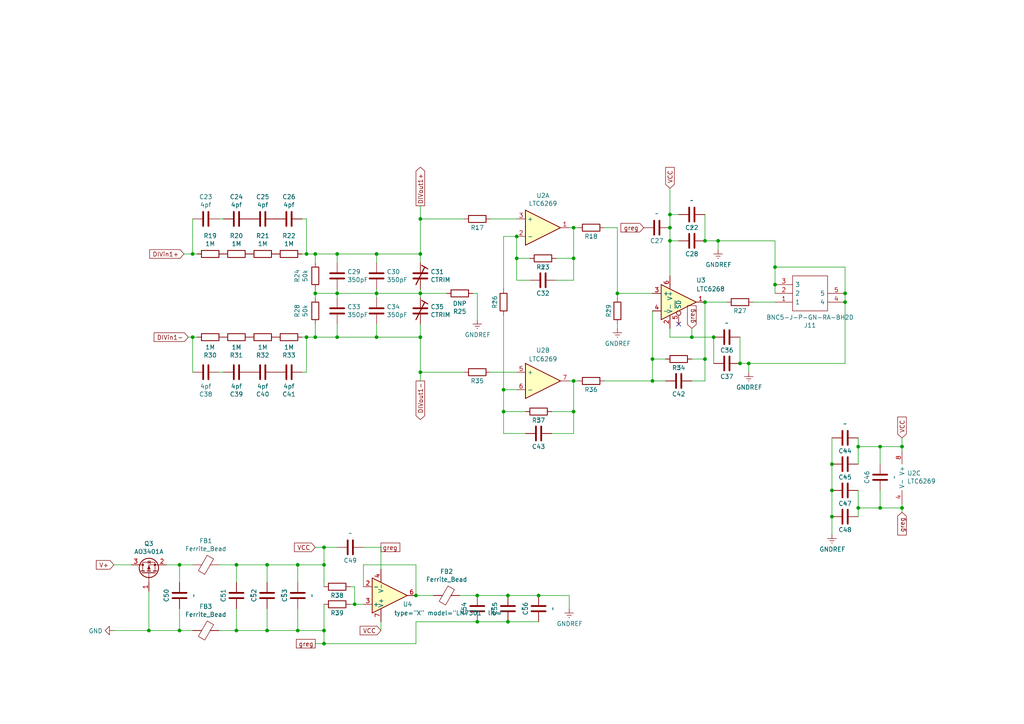
<source format=kicad_sch>
(kicad_sch (version 20211123) (generator eeschema)
  (paper "A4")
  (lib_symbols
    (symbol "Device:C" (pin_numbers hide) (pin_names (offset 0.254))
      (property "Reference" "C" (at 0.635 2.54 0))
      (property "Value" "C" (at 0.635 -2.54 0))
      (symbol "C_0_1"
        (polyline (pts (xy -2.032 -0.762) (xy 2.032 -0.762)) (stroke (width 0.508)))
        (polyline (pts (xy -2.032 0.762) (xy 2.032 0.762)) (stroke (width 0.508)))
      )
      (symbol "C_1_1"
        (pin passive line (at 0 3.81 270) (length 2.794) (name "~") (number "1"))
        (pin passive line (at 0 -3.81 90) (length 2.794) (name "~") (number "2"))
      )
    )
    (symbol "Device:R" (pin_numbers hide) (pin_names (offset 0))
      (property "Reference" "R" (at 2.032 0 90))
      (property "Value" "R" (at 0 0 90))
      (symbol "R_0_1"
        (rectangle (start -1.016 -2.54) (end 1.016 2.54) (stroke (width 0.254)))
      )
      (symbol "R_1_1"
        (pin passive line (at 0 3.81 270) (length 1.27) (name "~") (number "1"))
        (pin passive line (at 0 -3.81 90) (length 1.27) (name "~") (number "2"))
      )
    )
    (symbol "Transistor_FET:AO3401A" (pin_names hide)
      (property "Reference" "Q" (at 5.08 1.905 0))
      (property "Value" "AO3401A" (at 5.08 0 0))
      (symbol "AO3401A_0_1"
        (polyline (pts (xy 0.254 0) (xy -2.54 0)))
        (polyline (pts (xy 0.254 1.905) (xy 0.254 -1.905)) (stroke (width 0.254)))
        (polyline (pts (xy 0.762 -1.27) (xy 0.762 -2.286)) (stroke (width 0.254)))
        (polyline (pts (xy 0.762 0.508) (xy 0.762 -0.508)) (stroke (width 0.254)))
        (polyline (pts (xy 0.762 2.286) (xy 0.762 1.27)) (stroke (width 0.254)))
        (polyline (pts (xy 2.54 2.54) (xy 2.54 1.778)))
        (polyline (pts (xy 2.54 -2.54) (xy 2.54 0) (xy 0.762 0)))
        (polyline (pts (xy 0.762 1.778) (xy 3.302 1.778) (xy 3.302 -1.778) (xy 0.762 -1.778)))
        (polyline (pts (xy 2.286 0) (xy 1.27 0.381) (xy 1.27 -0.381) (xy 2.286 0)) (fill (type outline)))
        (polyline (pts (xy 2.794 -0.508) (xy 2.921 -0.381) (xy 3.683 -0.381) (xy 3.81 -0.254)))
        (polyline (pts (xy 3.302 -0.381) (xy 2.921 0.254) (xy 3.683 0.254) (xy 3.302 -0.381)))
        (circle (center 1.651 0) (radius 2.794) (stroke (width 0.254)))
        (circle (center 2.54 -1.778) (radius 0.254) (fill (type outline)))
        (circle (center 2.54 1.778) (radius 0.254) (fill (type outline)))
      )
      (symbol "AO3401A_1_1"
        (pin input line (at -5.08 0 0) (length 2.54) (name "G") (number "1"))
        (pin passive line (at 2.54 -5.08 90) (length 2.54) (name "S") (number "2"))
        (pin passive line (at 2.54 5.08 270) (length 2.54) (name "D") (number "3"))
      )
    )
    (symbol "dad_bob-rescue:BNC5-J-P-GN-RA-BH2D-BNC5-J-P-GN-RA-BH2D" (pin_names (offset 0.762))
      (property "Reference" "J" (at 16.51 7.62 0))
      (property "Value" "BNC5-J-P-GN-RA-BH2D-BNC5-J-P-GN-RA-BH2D" (at 16.51 5.08 0))
      (symbol "BNC5-J-P-GN-RA-BH2D-BNC5-J-P-GN-RA-BH2D_0_0"
        (pin passive line (at 0 0 0) (length 5.08) (name "1") (number "1"))
        (pin passive line (at 0 -2.54 0) (length 5.08) (name "2") (number "2"))
        (pin passive line (at 0 -5.08 0) (length 5.08) (name "3") (number "3"))
        (pin passive line (at 20.32 0 180) (length 5.08) (name "4") (number "4"))
        (pin passive line (at 20.32 -2.54 180) (length 5.08) (name "5") (number "5"))
      )
      (symbol "BNC5-J-P-GN-RA-BH2D-BNC5-J-P-GN-RA-BH2D_0_1"
        (polyline (pts (xy 5.08 2.54) (xy 15.24 2.54) (xy 15.24 -7.62) (xy 5.08 -7.62) (xy 5.08 2.54)) (stroke (width 0.1524)))
      )
    )
    (symbol "dad_bob-rescue:CTRIM-Device" (pin_numbers hide) (pin_names (offset 0.254) hide)
      (property "Reference" "C" (at 1.524 -2.032 0))
      (property "Value" "CTRIM-Device" (at 3.048 -3.556 0))
      (symbol "CTRIM-Device_0_1"
        (polyline (pts (xy -2.032 -0.762) (xy 2.032 -0.762)) (stroke (width 0.508)))
        (polyline (pts (xy -2.032 0.762) (xy 2.032 0.762)) (stroke (width 0.508)))
        (polyline (pts (xy 1.27 2.54) (xy -1.27 -2.54)) (stroke (width 0.3048)))
        (polyline (pts (xy 1.27 2.54) (xy 0.381 3.048)) (stroke (width 0.3048)))
        (polyline (pts (xy 1.27 2.54) (xy 2.159 2.032)) (stroke (width 0.3048)))
      )
      (symbol "CTRIM-Device_1_1"
        (pin passive line (at 0 3.81 270) (length 3.048) (name "~") (number "1"))
        (pin passive line (at 0 -3.81 90) (length 3.048) (name "~") (number "2"))
      )
    )
    (symbol "dad_bob-rescue:Ferrite_Bead-Device" (pin_numbers hide) (pin_names (offset 0))
      (property "Reference" "FB" (at -3.81 0.635 90))
      (property "Value" "Ferrite_Bead-Device" (at 3.81 0 90))
      (symbol "Ferrite_Bead-Device_0_1"
        (polyline (pts (xy 0 -1.27) (xy 0 -1.2192)))
        (polyline (pts (xy 0 1.27) (xy 0 1.2954)))
        (polyline (pts (xy -2.7686 0.4064) (xy -1.7018 2.2606) (xy 2.7686 -0.3048) (xy 1.6764 -2.159) (xy -2.7686 0.4064)))
      )
      (symbol "Ferrite_Bead-Device_1_1"
        (pin passive line (at 0 3.81 270) (length 2.54) (name "~") (number "1"))
        (pin passive line (at 0 -3.81 90) (length 2.54) (name "~") (number "2"))
      )
    )
    (symbol "dad_bob-rescue:LM7301-00_kyuditsky_kicad" (pin_names (offset 0.254))
      (property "Reference" "U" (at 3.81 3.175 0))
      (property "Value" "LM7301-00_kyuditsky_kicad" (at 3.81 -3.175 0))
      (symbol "LM7301-00_kyuditsky_kicad_0_1"
        (polyline (pts (xy 5.08 0) (xy -5.08 5.08) (xy -5.08 -5.08) (xy 5.08 0)) (stroke (width 0.254)) (fill (type background)))
      )
      (symbol "LM7301-00_kyuditsky_kicad_1_1"
        (pin input line (at -7.62 -2.54 0) (length 2.54) (name "-") (number "2"))
        (pin input line (at -7.62 2.54 0) (length 2.54) (name "+") (number "3"))
        (pin power_in line (at -2.54 -7.62 90) (length 3.81) (name "V-") (number "4"))
        (pin output line (at 7.62 0 180) (length 2.54) (name "~") (number "6"))
        (pin power_in line (at -2.54 7.62 270) (length 3.81) (name "V+") (number "7"))
      )
    )
    (symbol "dad_bob-rescue:LTC6268_TSOT-23-Linear_Technology"
      (property "Reference" "U" (at 3.81 5.08 0))
      (property "Value" "LTC6268_TSOT-23-Linear_Technology" (at 3.81 -5.08 0))
      (symbol "LTC6268_TSOT-23-Linear_Technology_0_1"
        (polyline (pts (xy -5.08 5.08) (xy 5.08 0) (xy -5.08 -5.08) (xy -5.08 5.08)) (stroke (width 0.254)) (fill (type background)))
        (pin power_in line (at -2.54 -7.62 90) (length 3.81) (name "V-") (number "2"))
        (pin input inverted (at 0 -6.35 90) (length 3.81) (name "~{SD}") (number "5"))
        (pin power_in line (at -2.54 7.62 270) (length 3.81) (name "V+") (number "6"))
      )
      (symbol "LTC6268_TSOT-23-Linear_Technology_1_1"
        (pin output line (at 7.62 0 180) (length 2.54) (name "~") (number "1"))
        (pin input line (at -7.62 2.54 0) (length 2.54) (name "+") (number "3"))
        (pin input line (at -7.62 -2.54 0) (length 2.54) (name "-") (number "4"))
      )
    )
    (symbol "dad_bob-rescue:Opamp_Dual_Generic-Device"
      (property "Reference" "U" (at 0 5.08 0))
      (property "Value" "Opamp_Dual_Generic-Device" (at 0 -5.08 0))
      (symbol "Opamp_Dual_Generic-Device_1_1"
        (polyline (pts (xy -5.08 5.08) (xy 5.08 0) (xy -5.08 -5.08) (xy -5.08 5.08)) (stroke (width 0.254)) (fill (type background)))
        (pin output line (at 7.62 0 180) (length 2.54) (name "~") (number "1"))
        (pin input line (at -7.62 -2.54 0) (length 2.54) (name "-") (number "2"))
        (pin input line (at -7.62 2.54 0) (length 2.54) (name "+") (number "3"))
      )
      (symbol "Opamp_Dual_Generic-Device_2_1"
        (polyline (pts (xy -5.08 5.08) (xy 5.08 0) (xy -5.08 -5.08) (xy -5.08 5.08)) (stroke (width 0.254)) (fill (type background)))
        (pin input line (at -7.62 2.54 0) (length 2.54) (name "+") (number "5"))
        (pin input line (at -7.62 -2.54 0) (length 2.54) (name "-") (number "6"))
        (pin output line (at 7.62 0 180) (length 2.54) (name "~") (number "7"))
      )
      (symbol "Opamp_Dual_Generic-Device_3_1"
        (pin power_in line (at -2.54 -7.62 90) (length 3.81) (name "V-") (number "4"))
        (pin power_in line (at -2.54 7.62 270) (length 3.81) (name "V+") (number "8"))
      )
    )
    (symbol "power:GND" (power) (pin_names (offset 0))
      (property "Value" "GND" (at 0 -3.81 0))
      (symbol "GND_0_1"
        (polyline (pts (xy 0 0) (xy 0 -1.27) (xy 1.27 -1.27) (xy 0 -2.54) (xy -1.27 -1.27) (xy 0 -1.27)))
      )
      (symbol "GND_1_1"
        (pin power_in line (at 0 0 270) (length 0) hide (name "GND") (number "1"))
      )
    )
    (symbol "power:GNDREF" (power) (pin_names (offset 0))
      (property "Value" "GNDREF" (at 0 -3.81 0))
      (symbol "GNDREF_0_1"
        (polyline (pts (xy -0.635 -1.905) (xy 0.635 -1.905)))
        (polyline (pts (xy -0.127 -2.54) (xy 0.127 -2.54)))
        (polyline (pts (xy 0 -1.27) (xy 0 0)))
        (polyline (pts (xy 1.27 -1.27) (xy -1.27 -1.27)))
      )
      (symbol "GNDREF_1_1"
        (pin power_in line (at 0 0 270) (length 0) hide (name "GNDREF") (number "1"))
      )
    )
  )
  (junction (at 102.87 175.26))
  (junction (at 86.36 163.83))
  (junction (at 121.92 73.66))
  (junction (at 93.98 182.88))
  (junction (at 91.44 97.79))
  (junction (at 88.9 73.66))
  (junction (at 194.31 66.04))
  (junction (at 91.44 85.09))
  (junction (at 217.17 105.41))
  (junction (at 248.92 147.32))
  (junction (at 77.47 182.88))
  (junction (at 224.79 77.47))
  (junction (at 52.07 182.88))
  (junction (at 245.11 87.63))
  (junction (at 77.47 163.83))
  (junction (at 156.21 172.72))
  (junction (at 204.47 69.85))
  (junction (at 261.62 129.54))
  (junction (at 147.32 172.72))
  (junction (at 93.98 163.83))
  (junction (at 179.07 85.09))
  (junction (at 214.63 105.41))
  (junction (at 241.3 134.62))
  (junction (at 200.66 97.79))
  (junction (at 121.92 63.5))
  (junction (at 55.88 97.79))
  (junction (at 241.3 142.24))
  (junction (at 109.22 85.09))
  (junction (at 147.32 180.34))
  (junction (at 93.98 158.75))
  (junction (at 204.47 87.63))
  (junction (at 88.9 97.79))
  (junction (at 241.3 149.86))
  (junction (at 120.65 172.72))
  (junction (at 138.43 172.72))
  (junction (at 255.27 129.54))
  (junction (at 146.05 119.38))
  (junction (at 109.22 97.79))
  (junction (at 166.37 74.93))
  (junction (at 224.79 82.55))
  (junction (at 97.79 73.66))
  (junction (at 121.92 97.79))
  (junction (at 149.86 74.93))
  (junction (at 91.44 73.66))
  (junction (at 86.36 182.88))
  (junction (at 149.86 68.58))
  (junction (at 194.31 69.85))
  (junction (at 204.47 104.14))
  (junction (at 68.58 163.83))
  (junction (at 43.18 182.88))
  (junction (at 194.31 62.23))
  (junction (at 207.01 97.79))
  (junction (at 255.27 147.32))
  (junction (at 166.37 119.38))
  (junction (at 166.37 110.49))
  (junction (at 97.79 85.09))
  (junction (at 121.92 107.95))
  (junction (at 121.92 85.09))
  (junction (at 245.11 85.09))
  (junction (at 97.79 97.79))
  (junction (at 109.22 73.66))
  (junction (at 146.05 113.03))
  (junction (at 208.28 69.85))
  (junction (at 166.37 66.04))
  (junction (at 189.23 104.14))
  (junction (at 55.88 73.66))
  (junction (at 138.43 180.34))
  (junction (at 248.92 129.54))
  (junction (at 52.07 163.83))
  (junction (at 189.23 110.49))
  (junction (at 93.98 186.69))
  (junction (at 68.58 182.88))
  (junction (at 261.62 147.32))
  (no_connect (at 196.85 93.98))
  (wire (pts (xy 208.28 69.85) (xy 224.79 69.85)))
  (wire (pts (xy 86.36 168.91) (xy 86.36 163.83)))
  (wire (pts (xy 245.11 77.47) (xy 245.11 85.09)))
  (wire (pts (xy 196.85 62.23) (xy 194.31 62.23)))
  (wire (pts (xy 166.37 110.49) (xy 166.37 119.38)))
  (wire (pts (xy 261.62 147.32) (xy 261.62 146.05)))
  (wire (pts (xy 91.44 97.79) (xy 97.79 97.79)))
  (wire (pts (xy 146.05 125.73) (xy 152.4 125.73)))
  (wire (pts (xy 255.27 129.54) (xy 248.92 129.54)))
  (wire (pts (xy 224.79 85.09) (xy 224.79 82.55)))
  (wire (pts (xy 200.66 97.79) (xy 207.01 97.79)))
  (wire (pts (xy 204.47 87.63) (xy 210.82 87.63)))
  (wire (pts (xy 156.21 172.72) (xy 165.1 172.72)))
  (wire (pts (xy 241.3 134.62) (xy 241.3 127)))
  (wire (pts (xy 149.86 68.58) (xy 149.86 74.93)))
  (wire (pts (xy 109.22 85.09) (xy 109.22 86.36)))
  (wire (pts (xy 194.31 62.23) (xy 194.31 66.04)))
  (wire (pts (xy 52.07 182.88) (xy 55.88 182.88)))
  (wire (pts (xy 146.05 68.58) (xy 149.86 68.58)))
  (wire (pts (xy 121.92 63.5) (xy 134.62 63.5)))
  (wire (pts (xy 214.63 97.79) (xy 214.63 105.41)))
  (wire (pts (xy 109.22 85.09) (xy 121.92 85.09)))
  (wire (pts (xy 97.79 97.79) (xy 109.22 97.79)))
  (wire (pts (xy 200.66 104.14) (xy 204.47 104.14)))
  (wire (pts (xy 149.86 74.93) (xy 153.67 74.93)))
  (wire (pts (xy 142.24 107.95) (xy 149.86 107.95)))
  (wire (pts (xy 77.47 176.53) (xy 77.47 182.88)))
  (wire (pts (xy 194.31 66.04) (xy 194.31 69.85)))
  (wire (pts (xy 179.07 66.04) (xy 179.07 85.09)))
  (wire (pts (xy 241.3 149.86) (xy 241.3 142.24)))
  (wire (pts (xy 133.35 172.72) (xy 138.43 172.72)))
  (wire (pts (xy 204.47 69.85) (xy 208.28 69.85)))
  (wire (pts (xy 102.87 170.18) (xy 102.87 175.26)))
  (wire (pts (xy 166.37 74.93) (xy 166.37 81.28)))
  (wire (pts (xy 121.92 97.79) (xy 109.22 97.79)))
  (wire (pts (xy 138.43 172.72) (xy 147.32 172.72)))
  (wire (pts (xy 189.23 85.09) (xy 179.07 85.09)))
  (wire (pts (xy 224.79 82.55) (xy 224.79 77.47)))
  (wire (pts (xy 248.92 142.24) (xy 248.92 147.32)))
  (wire (pts (xy 261.62 148.59) (xy 261.62 147.32)))
  (wire (pts (xy 68.58 168.91) (xy 68.58 163.83)))
  (wire (pts (xy 146.05 119.38) (xy 152.4 119.38)))
  (wire (pts (xy 120.65 172.72) (xy 125.73 172.72)))
  (wire (pts (xy 33.02 163.83) (xy 38.1 163.83)))
  (wire (pts (xy 166.37 66.04) (xy 167.64 66.04)))
  (wire (pts (xy 52.07 163.83) (xy 48.26 163.83)))
  (wire (pts (xy 55.88 73.66) (xy 57.15 73.66)))
  (wire (pts (xy 138.43 180.34) (xy 120.65 180.34)))
  (wire (pts (xy 55.88 97.79) (xy 54.61 97.79)))
  (wire (pts (xy 248.92 129.54) (xy 248.92 134.62)))
  (wire (pts (xy 55.88 97.79) (xy 57.15 97.79)))
  (wire (pts (xy 121.92 83.82) (xy 121.92 85.09)))
  (wire (pts (xy 204.47 87.63) (xy 204.47 104.14)))
  (wire (pts (xy 88.9 97.79) (xy 91.44 97.79)))
  (wire (pts (xy 255.27 134.62) (xy 255.27 129.54)))
  (wire (pts (xy 91.44 76.2) (xy 91.44 73.66)))
  (wire (pts (xy 165.1 66.04) (xy 166.37 66.04)))
  (wire (pts (xy 110.49 158.75) (xy 110.49 165.1)))
  (wire (pts (xy 93.98 182.88) (xy 93.98 175.26)))
  (wire (pts (xy 147.32 180.34) (xy 138.43 180.34)))
  (wire (pts (xy 175.26 66.04) (xy 179.07 66.04)))
  (wire (pts (xy 179.07 95.25) (xy 179.07 93.98)))
  (wire (pts (xy 217.17 107.95) (xy 217.17 105.41)))
  (wire (pts (xy 200.66 97.79) (xy 200.66 95.25)))
  (wire (pts (xy 138.43 85.09) (xy 137.16 85.09)))
  (wire (pts (xy 88.9 73.66) (xy 87.63 73.66)))
  (wire (pts (xy 86.36 182.88) (xy 93.98 182.88)))
  (wire (pts (xy 43.18 171.45) (xy 43.18 182.88)))
  (wire (pts (xy 166.37 125.73) (xy 160.02 125.73)))
  (wire (pts (xy 120.65 180.34) (xy 120.65 186.69)))
  (wire (pts (xy 68.58 182.88) (xy 77.47 182.88)))
  (wire (pts (xy 88.9 97.79) (xy 87.63 97.79)))
  (wire (pts (xy 121.92 59.69) (xy 121.92 63.5)))
  (wire (pts (xy 121.92 73.66) (xy 121.92 63.5)))
  (wire (pts (xy 121.92 85.09) (xy 121.92 86.36)))
  (wire (pts (xy 97.79 158.75) (xy 93.98 158.75)))
  (wire (pts (xy 121.92 76.2) (xy 121.92 73.66)))
  (wire (pts (xy 261.62 127) (xy 261.62 129.54)))
  (wire (pts (xy 146.05 83.82) (xy 146.05 68.58)))
  (wire (pts (xy 146.05 91.44) (xy 146.05 113.03)))
  (wire (pts (xy 245.11 105.41) (xy 245.11 87.63)))
  (wire (pts (xy 121.92 73.66) (xy 109.22 73.66)))
  (wire (pts (xy 149.86 81.28) (xy 153.67 81.28)))
  (wire (pts (xy 97.79 85.09) (xy 91.44 85.09)))
  (wire (pts (xy 121.92 107.95) (xy 134.62 107.95)))
  (wire (pts (xy 52.07 176.53) (xy 52.07 182.88)))
  (wire (pts (xy 109.22 85.09) (xy 97.79 85.09)))
  (wire (pts (xy 86.36 176.53) (xy 86.36 182.88)))
  (wire (pts (xy 245.11 85.09) (xy 245.11 87.63)))
  (wire (pts (xy 86.36 163.83) (xy 93.98 163.83)))
  (wire (pts (xy 63.5 182.88) (xy 68.58 182.88)))
  (wire (pts (xy 156.21 180.34) (xy 147.32 180.34)))
  (wire (pts (xy 194.31 69.85) (xy 194.31 80.01)))
  (wire (pts (xy 109.22 83.82) (xy 109.22 85.09)))
  (wire (pts (xy 63.5 163.83) (xy 68.58 163.83)))
  (wire (pts (xy 121.92 107.95) (xy 121.92 97.79)))
  (wire (pts (xy 166.37 81.28) (xy 161.29 81.28)))
  (wire (pts (xy 208.28 69.85) (xy 208.28 72.39)))
  (wire (pts (xy 241.3 154.94) (xy 241.3 149.86)))
  (wire (pts (xy 193.04 110.49) (xy 189.23 110.49)))
  (wire (pts (xy 261.62 129.54) (xy 261.62 130.81)))
  (wire (pts (xy 207.01 97.79) (xy 207.01 105.41)))
  (wire (pts (xy 77.47 163.83) (xy 86.36 163.83)))
  (wire (pts (xy 93.98 186.69) (xy 120.65 186.69)))
  (wire (pts (xy 146.05 113.03) (xy 149.86 113.03)))
  (wire (pts (xy 165.1 172.72) (xy 165.1 176.53)))
  (wire (pts (xy 121.92 107.95) (xy 121.92 110.49)))
  (wire (pts (xy 91.44 93.98) (xy 91.44 97.79)))
  (wire (pts (xy 217.17 105.41) (xy 214.63 105.41)))
  (wire (pts (xy 224.79 77.47) (xy 245.11 77.47)))
  (wire (pts (xy 105.41 163.83) (xy 120.65 163.83)))
  (wire (pts (xy 88.9 73.66) (xy 88.9 63.5)))
  (wire (pts (xy 33.02 182.88) (xy 43.18 182.88)))
  (wire (pts (xy 91.44 85.09) (xy 91.44 86.36)))
  (wire (pts (xy 248.92 147.32) (xy 248.92 149.86)))
  (wire (pts (xy 63.5 107.95) (xy 64.77 107.95)))
  (wire (pts (xy 43.18 182.88) (xy 52.07 182.88)))
  (wire (pts (xy 91.44 186.69) (xy 93.98 186.69)))
  (wire (pts (xy 77.47 182.88) (xy 86.36 182.88)))
  (wire (pts (xy 52.07 163.83) (xy 55.88 163.83)))
  (wire (pts (xy 218.44 87.63) (xy 224.79 87.63)))
  (wire (pts (xy 160.02 119.38) (xy 166.37 119.38)))
  (wire (pts (xy 120.65 163.83) (xy 120.65 172.72)))
  (wire (pts (xy 68.58 163.83) (xy 77.47 163.83)))
  (wire (pts (xy 204.47 62.23) (xy 204.47 69.85)))
  (wire (pts (xy 166.37 66.04) (xy 166.37 74.93)))
  (wire (pts (xy 53.34 73.66) (xy 55.88 73.66)))
  (wire (pts (xy 166.37 119.38) (xy 166.37 125.73)))
  (wire (pts (xy 88.9 63.5) (xy 87.63 63.5)))
  (wire (pts (xy 77.47 163.83) (xy 77.47 168.91)))
  (wire (pts (xy 97.79 93.98) (xy 97.79 97.79)))
  (wire (pts (xy 193.04 104.14) (xy 189.23 104.14)))
  (wire (pts (xy 91.44 73.66) (xy 97.79 73.66)))
  (wire (pts (xy 196.85 69.85) (xy 194.31 69.85)))
  (wire (pts (xy 87.63 107.95) (xy 88.9 107.95)))
  (wire (pts (xy 110.49 182.88) (xy 110.49 180.34)))
  (wire (pts (xy 97.79 73.66) (xy 109.22 73.66)))
  (wire (pts (xy 91.44 158.75) (xy 93.98 158.75)))
  (wire (pts (xy 194.31 95.25) (xy 194.31 97.79)))
  (wire (pts (xy 121.92 93.98) (xy 121.92 97.79)))
  (wire (pts (xy 97.79 83.82) (xy 97.79 85.09)))
  (wire (pts (xy 255.27 147.32) (xy 248.92 147.32)))
  (wire (pts (xy 179.07 85.09) (xy 179.07 86.36)))
  (wire (pts (xy 194.31 54.61) (xy 194.31 62.23)))
  (wire (pts (xy 102.87 175.26) (xy 105.41 175.26)))
  (wire (pts (xy 166.37 110.49) (xy 167.64 110.49)))
  (wire (pts (xy 121.92 85.09) (xy 129.54 85.09)))
  (wire (pts (xy 105.41 158.75) (xy 110.49 158.75)))
  (wire (pts (xy 175.26 110.49) (xy 189.23 110.49)))
  (wire (pts (xy 93.98 163.83) (xy 93.98 170.18)))
  (wire (pts (xy 101.6 175.26) (xy 102.87 175.26)))
  (wire (pts (xy 146.05 113.03) (xy 146.05 119.38)))
  (wire (pts (xy 91.44 83.82) (xy 91.44 85.09)))
  (wire (pts (xy 52.07 168.91) (xy 52.07 163.83)))
  (wire (pts (xy 93.98 158.75) (xy 93.98 163.83)))
  (wire (pts (xy 93.98 186.69) (xy 93.98 182.88)))
  (wire (pts (xy 224.79 69.85) (xy 224.79 77.47)))
  (wire (pts (xy 165.1 110.49) (xy 166.37 110.49)))
  (wire (pts (xy 97.79 76.2) (xy 97.79 73.66)))
  (wire (pts (xy 55.88 63.5) (xy 55.88 73.66)))
  (wire (pts (xy 109.22 76.2) (xy 109.22 73.66)))
  (wire (pts (xy 55.88 107.95) (xy 55.88 97.79)))
  (wire (pts (xy 146.05 119.38) (xy 146.05 125.73)))
  (wire (pts (xy 194.31 97.79) (xy 200.66 97.79)))
  (wire (pts (xy 88.9 73.66) (xy 91.44 73.66)))
  (wire (pts (xy 68.58 176.53) (xy 68.58 182.88)))
  (wire (pts (xy 217.17 105.41) (xy 245.11 105.41)))
  (wire (pts (xy 248.92 127) (xy 248.92 129.54)))
  (wire (pts (xy 149.86 74.93) (xy 149.86 81.28)))
  (wire (pts (xy 101.6 170.18) (xy 102.87 170.18)))
  (wire (pts (xy 241.3 142.24) (xy 241.3 134.62)))
  (wire (pts (xy 161.29 74.93) (xy 166.37 74.93)))
  (wire (pts (xy 189.23 90.17) (xy 189.23 104.14)))
  (wire (pts (xy 88.9 107.95) (xy 88.9 97.79)))
  (wire (pts (xy 189.23 104.14) (xy 189.23 110.49)))
  (wire (pts (xy 64.77 63.5) (xy 63.5 63.5)))
  (wire (pts (xy 109.22 93.98) (xy 109.22 97.79)))
  (wire (pts (xy 204.47 104.14) (xy 204.47 110.49)))
  (wire (pts (xy 138.43 92.71) (xy 138.43 85.09)))
  (wire (pts (xy 255.27 129.54) (xy 261.62 129.54)))
  (wire (pts (xy 147.32 172.72) (xy 156.21 172.72)))
  (wire (pts (xy 255.27 147.32) (xy 261.62 147.32)))
  (wire (pts (xy 105.41 170.18) (xy 105.41 163.83)))
  (wire (pts (xy 255.27 142.24) (xy 255.27 147.32)))
  (wire (pts (xy 204.47 110.49) (xy 200.66 110.49)))
  (wire (pts (xy 97.79 85.09) (xy 97.79 86.36)))
  (wire (pts (xy 149.86 63.5) (xy 142.24 63.5)))
  (global_label "V+" (shape input) (at 33.02 163.83 180) (property "Intersheet References" "${INTERSHEET_REFS}" (effects hide)))
  (global_label "greg" (shape passive) (at 91.44 186.69 180) (property "Intersheet References" "${INTERSHEET_REFS}" (effects hide)))
  (global_label "DIVin1+" (shape input) (at 53.34 73.66 180) (property "Intersheet References" "${INTERSHEET_REFS}" (effects hide)))
  (global_label "VCC" (shape input) (at 194.31 54.61 90) (property "Intersheet References" "${INTERSHEET_REFS}" (effects hide)))
  (global_label "VCC" (shape input) (at 261.62 127 90) (property "Intersheet References" "${INTERSHEET_REFS}" (effects hide)))
  (global_label "DIVout1+" (shape output) (at 121.92 59.69 90) (property "Intersheet References" "${INTERSHEET_REFS}" (effects hide)))
  (global_label "greg" (shape input) (at 200.66 95.25 90) (property "Intersheet References" "${INTERSHEET_REFS}" (effects hide)))
  (global_label "greg" (shape input) (at 186.69 66.04 180) (property "Intersheet References" "${INTERSHEET_REFS}" (effects hide)))
  (global_label "DIVin1-" (shape input) (at 54.61 97.79 180) (property "Intersheet References" "${INTERSHEET_REFS}" (effects hide)))
  (global_label "DIVout1-" (shape output) (at 121.92 110.49 270) (property "Intersheet References" "${INTERSHEET_REFS}" (effects hide)))
  (global_label "greg" (shape input) (at 261.62 148.59 270) (property "Intersheet References" "${INTERSHEET_REFS}" (effects hide)))
  (global_label "VCC" (shape input) (at 91.44 158.75 180) (property "Intersheet References" "${INTERSHEET_REFS}" (effects hide)))
  (global_label "greg" (shape passive) (at 110.49 158.75 0) (property "Intersheet References" "${INTERSHEET_REFS}" (effects hide)))
  (global_label "VCC" (shape input) (at 110.49 182.88 180) (property "Intersheet References" "${INTERSHEET_REFS}" (effects hide)))
  (symbol (lib_id "dad_bob-rescue:CTRIM-Device") (at 121.92 90.17 0) (unit 1)
    (property "Reference" "C35" (at 124.8664 89.0016 0) (effects (justify left)))
    (property "Value" "CTRIM" (at 124.8664 91.313 0) (effects (justify left)))
    (property "Footprint" "Capacitor_SMD:C_Trimmer_Voltronics_JQ" (effects hide))
  )
  (symbol (lib_id "dad_bob-rescue:CTRIM-Device") (at 121.92 80.01 0) (unit 1)
    (property "Reference" "C31" (at 124.8664 78.8416 0) (effects (justify left)))
    (property "Value" "CTRIM" (at 124.8664 81.153 0) (effects (justify left)))
    (property "Footprint" "Capacitor_SMD:C_Trimmer_Voltronics_JQ" (effects hide))
  )
  (symbol (lib_id "Transistor_FET:AO3401A") (at 43.18 166.37 90) (unit 1)
    (property "Reference" "Q3" (at 43.18 157.6832 90))
    (property "Value" "AO3401A" (at 43.18 159.9946 90))
    (property "Footprint" "Package_TO_SOT_SMD:SOT-23" (effects hide))
    (property "Datasheet" "http://www.aosmd.com/pdfs/datasheet/AO3401A.pdf" (effects hide))
  )
  (symbol (lib_id "dad_bob-rescue:LM7301-00_kyuditsky_kicad") (at 113.03 172.72 0) (mirror x) (unit 1)
    (property "Reference" "U4" (at 116.84 175.26 0) (effects (justify left)))
    (property "Value" "LM7301" (at 114.3 177.8 0) (effects (justify left)))
    (property "Footprint" "LTC6269:SOP65P490X110-9N" (effects hide))
    (property "Datasheet" "https://www.analog.com/media/en/technical-documentation/data-sheets/62689f.pdf" (effects hide))
    (property "Spice_Netlist_Enabled" "Y" (effects hide))
    (property "Spice_Primitive" "X" (effects hide))
  )
  (symbol (lib_id "Device:C") (at 52.07 172.72 180) (unit 1)
    (property "Reference" "C50" (at 48.26 172.72 90))
    (property "Value" "~" (at 56.1594 172.72 90))
    (property "Footprint" "Capacitor_SMD:C_0805_2012Metric_Pad1.15x1.40mm_HandSolder" (effects hide))
  )
  (symbol (lib_id "Device:C") (at 68.58 172.72 180) (unit 1)
    (property "Reference" "C51" (at 64.77 172.72 90))
    (property "Value" "~" (at 72.6694 172.72 90))
    (property "Footprint" "Capacitor_SMD:C_0805_2012Metric_Pad1.15x1.40mm_HandSolder" (effects hide))
  )
  (symbol (lib_id "Device:C") (at 77.47 172.72 180) (unit 1)
    (property "Reference" "C52" (at 73.66 172.72 90))
    (property "Value" "~" (at 81.5594 172.72 90))
    (property "Footprint" "Capacitor_SMD:C_0805_2012Metric_Pad1.15x1.40mm_HandSolder" (effects hide))
  )
  (symbol (lib_id "Device:C") (at 86.36 172.72 180) (unit 1)
    (property "Reference" "C53" (at 82.55 172.72 90))
    (property "Value" "~" (at 90.4494 172.72 90))
    (property "Footprint" "Capacitor_SMD:C_0805_2012Metric_Pad1.15x1.40mm_HandSolder" (effects hide))
  )
  (symbol (lib_id "dad_bob-rescue:Ferrite_Bead-Device") (at 59.69 163.83 270) (unit 1)
    (property "Reference" "FB1" (at 59.69 156.8704 90))
    (property "Value" "Ferrite_Bead" (at 59.69 159.1818 90))
    (property "Footprint" "Ferrite_THT:LairdTech_28C0236-0JW-10" (effects hide))
  )
  (symbol (lib_id "dad_bob-rescue:Ferrite_Bead-Device") (at 59.69 182.88 270) (unit 1)
    (property "Reference" "FB3" (at 59.69 175.9204 90))
    (property "Value" "Ferrite_Bead" (at 59.69 178.2318 90))
    (property "Footprint" "Ferrite_THT:LairdTech_28C0236-0JW-10" (effects hide))
  )
  (symbol (lib_id "Device:R") (at 97.79 170.18 270) (unit 1)
    (property "Reference" "R38" (at 97.79 172.72 90))
    (property "Value" "~" (at 97.79 173.1264 90))
    (property "Footprint" "Resistor_SMD:R_0805_2012Metric_Pad1.15x1.40mm_HandSolder" (effects hide))
  )
  (symbol (lib_id "Device:R") (at 97.79 175.26 270) (unit 1)
    (property "Reference" "R39" (at 97.79 177.8 90))
    (property "Value" "~" (at 97.79 178.2064 90))
    (property "Footprint" "Resistor_SMD:R_0805_2012Metric_Pad1.15x1.40mm_HandSolder" (effects hide))
  )
  (symbol (lib_id "Device:C") (at 101.6 158.75 270) (unit 1)
    (property "Reference" "C49" (at 101.6 162.56 90))
    (property "Value" "~" (at 101.6 154.6606 90))
    (property "Footprint" "Capacitor_SMD:C_0805_2012Metric_Pad1.15x1.40mm_HandSolder" (effects hide))
  )
  (symbol (lib_id "dad_bob-rescue:Ferrite_Bead-Device") (at 129.54 172.72 270) (unit 1)
    (property "Reference" "FB2" (at 129.54 165.7604 90))
    (property "Value" "Ferrite_Bead" (at 129.54 168.0718 90))
    (property "Footprint" "Ferrite_THT:LairdTech_28C0236-0JW-10" (effects hide))
  )
  (symbol (lib_id "Device:C") (at 138.43 176.53 180) (unit 1)
    (property "Reference" "C54" (at 134.62 176.53 90))
    (property "Value" "~" (at 142.5194 176.53 90))
    (property "Footprint" "Capacitor_SMD:C_0805_2012Metric_Pad1.15x1.40mm_HandSolder" (effects hide))
  )
  (symbol (lib_id "Device:C") (at 147.32 176.53 180) (unit 1)
    (property "Reference" "C55" (at 143.51 176.53 90))
    (property "Value" "~" (at 151.4094 176.53 90))
    (property "Footprint" "Capacitor_SMD:C_0805_2012Metric_Pad1.15x1.40mm_HandSolder" (effects hide))
  )
  (symbol (lib_id "Device:C") (at 156.21 176.53 180) (unit 1)
    (property "Reference" "C56" (at 152.4 176.53 90))
    (property "Value" "~" (at 160.2994 176.53 90))
    (property "Footprint" "Capacitor_SMD:C_0805_2012Metric_Pad1.15x1.40mm_HandSolder" (effects hide))
  )
  (symbol (lib_id "Device:R") (at 68.58 73.66 90) (unit 1)
    (property "Reference" "R20" (at 68.58 68.4022 90))
    (property "Value" "1M" (at 68.58 70.7136 90))
    (property "Footprint" "Resistor_SMD:R_0805_2012Metric_Pad1.15x1.40mm_HandSolder" (effects hide))
  )
  (symbol (lib_id "Device:R") (at 76.2 73.66 90) (unit 1)
    (property "Reference" "R21" (at 76.2 68.4022 90))
    (property "Value" "1M" (at 76.2 70.7136 90))
    (property "Footprint" "Resistor_SMD:R_0805_2012Metric_Pad1.15x1.40mm_HandSolder" (effects hide))
  )
  (symbol (lib_id "Device:R") (at 83.82 73.66 90) (unit 1)
    (property "Reference" "R22" (at 83.82 68.4022 90))
    (property "Value" "1M" (at 83.82 70.7136 90))
    (property "Footprint" "Resistor_SMD:R_0805_2012Metric_Pad1.15x1.40mm_HandSolder" (effects hide))
  )
  (symbol (lib_id "Device:R") (at 91.44 80.01 180) (unit 1)
    (property "Reference" "R24" (at 86.1822 80.01 90))
    (property "Value" "50k" (at 88.4936 80.01 90))
    (property "Footprint" "Resistor_SMD:R_0805_2012Metric_Pad1.15x1.40mm_HandSolder" (effects hide))
  )
  (symbol (lib_id "Device:R") (at 133.35 85.09 270) (unit 1)
    (property "Reference" "R25" (at 133.35 90.3478 90))
    (property "Value" "DNP" (at 133.35 88.0364 90))
    (property "Footprint" "Resistor_SMD:R_0805_2012Metric_Pad1.15x1.40mm_HandSolder" (effects hide))
  )
  (symbol (lib_id "Device:R") (at 83.82 97.79 270) (unit 1)
    (property "Reference" "R33" (at 83.82 103.0478 90))
    (property "Value" "1M" (at 83.82 100.7364 90))
    (property "Footprint" "Resistor_SMD:R_0805_2012Metric_Pad1.15x1.40mm_HandSolder" (effects hide))
  )
  (symbol (lib_id "Device:R") (at 76.2 97.79 270) (unit 1)
    (property "Reference" "R32" (at 76.2 103.0478 90))
    (property "Value" "1M" (at 76.2 100.7364 90))
    (property "Footprint" "Resistor_SMD:R_0805_2012Metric_Pad1.15x1.40mm_HandSolder" (effects hide))
  )
  (symbol (lib_id "Device:R") (at 68.58 97.79 270) (unit 1)
    (property "Reference" "R31" (at 68.58 103.0478 90))
    (property "Value" "1M" (at 68.58 100.7364 90))
    (property "Footprint" "Resistor_SMD:R_0805_2012Metric_Pad1.15x1.40mm_HandSolder" (effects hide))
  )
  (symbol (lib_id "Device:C") (at 83.82 63.5 270) (unit 1)
    (property "Reference" "C26" (at 83.82 57.0992 90))
    (property "Value" "4pf" (at 83.82 59.4106 90))
    (property "Footprint" "Capacitor_SMD:C_0805_2012Metric_Pad1.15x1.40mm_HandSolder" (effects hide))
  )
  (symbol (lib_id "Device:C") (at 76.2 63.5 270) (unit 1)
    (property "Reference" "C25" (at 76.2 57.0992 90))
    (property "Value" "4pf" (at 76.2 59.4106 90))
    (property "Footprint" "Capacitor_SMD:C_0805_2012Metric_Pad1.15x1.40mm_HandSolder" (effects hide))
  )
  (symbol (lib_id "Device:C") (at 68.58 63.5 270) (unit 1)
    (property "Reference" "C24" (at 68.58 57.0992 90))
    (property "Value" "4pf" (at 68.58 59.4106 90))
    (property "Footprint" "Capacitor_SMD:C_0805_2012Metric_Pad1.15x1.40mm_HandSolder" (effects hide))
  )
  (symbol (lib_id "Device:C") (at 97.79 80.01 180) (unit 1)
    (property "Reference" "C29" (at 100.711 78.8416 0) (effects (justify right)))
    (property "Value" "350pF" (at 100.711 81.153 0) (effects (justify right)))
    (property "Footprint" "Capacitor_SMD:C_0805_2012Metric_Pad1.15x1.40mm_HandSolder" (effects hide))
  )
  (symbol (lib_id "Device:C") (at 109.22 80.01 180) (unit 1)
    (property "Reference" "C30" (at 112.141 78.8416 0) (effects (justify right)))
    (property "Value" "350pF" (at 112.141 81.153 0) (effects (justify right)))
    (property "Footprint" "Capacitor_SMD:C_0805_2012Metric_Pad1.15x1.40mm_HandSolder" (effects hide))
  )
  (symbol (lib_id "Device:R") (at 91.44 90.17 180) (unit 1)
    (property "Reference" "R28" (at 86.1822 90.17 90))
    (property "Value" "50k" (at 88.4936 90.17 90))
    (property "Footprint" "Resistor_SMD:R_0805_2012Metric_Pad1.15x1.40mm_HandSolder" (effects hide))
  )
  (symbol (lib_id "Device:C") (at 97.79 90.17 180) (unit 1)
    (property "Reference" "C33" (at 100.711 89.0016 0) (effects (justify right)))
    (property "Value" "350pF" (at 100.711 91.313 0) (effects (justify right)))
    (property "Footprint" "Capacitor_SMD:C_0805_2012Metric_Pad1.15x1.40mm_HandSolder" (effects hide))
  )
  (symbol (lib_id "Device:C") (at 68.58 107.95 90) (unit 1)
    (property "Reference" "C39" (at 68.58 114.3508 90))
    (property "Value" "4pf" (at 68.58 112.0394 90))
    (property "Footprint" "Capacitor_SMD:C_0805_2012Metric_Pad1.15x1.40mm_HandSolder" (effects hide))
  )
  (symbol (lib_id "Device:C") (at 76.2 107.95 90) (unit 1)
    (property "Reference" "C40" (at 76.2 114.3508 90))
    (property "Value" "4pf" (at 76.2 112.0394 90))
    (property "Footprint" "Capacitor_SMD:C_0805_2012Metric_Pad1.15x1.40mm_HandSolder" (effects hide))
  )
  (symbol (lib_id "Device:C") (at 83.82 107.95 90) (unit 1)
    (property "Reference" "C41" (at 83.82 114.3508 90))
    (property "Value" "4pf" (at 83.82 112.0394 90))
    (property "Footprint" "Capacitor_SMD:C_0805_2012Metric_Pad1.15x1.40mm_HandSolder" (effects hide))
  )
  (symbol (lib_id "Device:C") (at 109.22 90.17 180) (unit 1)
    (property "Reference" "C34" (at 112.141 89.0016 0) (effects (justify right)))
    (property "Value" "350pF" (at 112.141 91.313 0) (effects (justify right)))
    (property "Footprint" "Capacitor_SMD:C_0805_2012Metric_Pad1.15x1.40mm_HandSolder" (effects hide))
  )
  (symbol (lib_id "Device:R") (at 60.96 73.66 90) (unit 1)
    (property "Reference" "R19" (at 60.96 68.4022 90))
    (property "Value" "1M" (at 60.96 70.7136 90))
    (property "Footprint" "Resistor_SMD:R_0805_2012Metric_Pad1.15x1.40mm_HandSolder" (effects hide))
  )
  (symbol (lib_id "Device:R") (at 60.96 97.79 270) (unit 1)
    (property "Reference" "R30" (at 60.96 103.0478 90))
    (property "Value" "1M" (at 60.96 100.7364 90))
    (property "Footprint" "Resistor_SMD:R_0805_2012Metric_Pad1.15x1.40mm_HandSolder" (effects hide))
  )
  (symbol (lib_id "Device:C") (at 59.69 107.95 90) (unit 1)
    (property "Reference" "C38" (at 59.69 114.3508 90))
    (property "Value" "4pf" (at 59.69 112.0394 90))
    (property "Footprint" "Capacitor_SMD:C_0805_2012Metric_Pad1.15x1.40mm_HandSolder" (effects hide))
  )
  (symbol (lib_id "Device:C") (at 59.69 63.5 270) (unit 1)
    (property "Reference" "C23" (at 59.69 57.0992 90))
    (property "Value" "4pf" (at 59.69 59.4106 90))
    (property "Footprint" "Capacitor_SMD:C_0805_2012Metric_Pad1.15x1.40mm_HandSolder" (effects hide))
  )
  (symbol (lib_id "dad_bob-rescue:Opamp_Dual_Generic-Device") (at 157.48 66.04 0) (unit 1)
    (property "Reference" "U2" (at 157.48 56.7182 0))
    (property "Value" "LTC6269" (at 157.48 59.0296 0))
    (property "Footprint" "LTC6269:SOP65P490X110-9N" (effects hide))
    (property "Datasheet" "https://www.analog.com/media/en/technical-documentation/data-sheets/62689f.pdf" (effects hide))
  )
  (symbol (lib_id "dad_bob-rescue:Opamp_Dual_Generic-Device") (at 157.48 110.49 0) (unit 2)
    (property "Reference" "U2" (at 157.48 101.6 0))
    (property "Value" "LTC6269" (at 157.48 104.14 0))
    (property "Footprint" "LTC6269:SOP65P490X110-9N" (effects hide))
    (property "Datasheet" "https://www.analog.com/media/en/technical-documentation/data-sheets/62689f.pdf" (effects hide))
  )
  (symbol (lib_id "dad_bob-rescue:Opamp_Dual_Generic-Device") (at 264.16 138.43 0) (unit 3)
    (property "Reference" "U2" (at 263.0932 137.2616 0) (effects (justify left)))
    (property "Value" "LTC6269" (at 263.0932 139.573 0) (effects (justify left)))
    (property "Footprint" "LTC6269:SOP65P490X110-9N" (effects hide))
    (property "Datasheet" "https://www.analog.com/media/en/technical-documentation/data-sheets/62689f.pdf" (effects hide))
  )
  (symbol (lib_id "Device:R") (at 138.43 63.5 270) (unit 1)
    (property "Reference" "R17" (at 138.43 66.04 90))
    (property "Value" "~" (at 138.43 66.4464 90))
    (property "Footprint" "Resistor_SMD:R_0805_2012Metric_Pad1.15x1.40mm_HandSolder" (effects hide))
  )
  (symbol (lib_id "Device:R") (at 138.43 107.95 270) (unit 1)
    (property "Reference" "R35" (at 138.43 110.49 90))
    (property "Value" "~" (at 138.43 110.8964 90))
    (property "Footprint" "Resistor_SMD:R_0805_2012Metric_Pad1.15x1.40mm_HandSolder" (effects hide))
  )
  (symbol (lib_id "Device:R") (at 157.48 74.93 270) (unit 1)
    (property "Reference" "R23" (at 157.48 77.47 90))
    (property "Value" "~" (at 157.48 77.8764 90))
    (property "Footprint" "Resistor_SMD:R_0805_2012Metric_Pad1.15x1.40mm_HandSolder" (effects hide))
  )
  (symbol (lib_id "Device:C") (at 157.48 81.28 270) (unit 1)
    (property "Reference" "C32" (at 157.48 85.09 90))
    (property "Value" "~" (at 157.48 77.1906 90))
    (property "Footprint" "Capacitor_SMD:C_0805_2012Metric_Pad1.15x1.40mm_HandSolder" (effects hide))
  )
  (symbol (lib_id "Device:C") (at 156.21 125.73 270) (unit 1)
    (property "Reference" "C43" (at 156.21 129.54 90))
    (property "Value" "~" (at 156.21 121.6406 90))
    (property "Footprint" "Capacitor_SMD:C_0805_2012Metric_Pad1.15x1.40mm_HandSolder" (effects hide))
  )
  (symbol (lib_id "Device:R") (at 156.21 119.38 270) (unit 1)
    (property "Reference" "R37" (at 156.21 121.92 90))
    (property "Value" "~" (at 156.21 122.3264 90))
    (property "Footprint" "Resistor_SMD:R_0805_2012Metric_Pad1.15x1.40mm_HandSolder" (effects hide))
  )
  (symbol (lib_id "Device:R") (at 171.45 66.04 270) (unit 1)
    (property "Reference" "R18" (at 171.45 68.58 90))
    (property "Value" "~" (at 171.45 68.9864 90))
    (property "Footprint" "Resistor_SMD:R_0805_2012Metric_Pad1.15x1.40mm_HandSolder" (effects hide))
  )
  (symbol (lib_id "Device:R") (at 179.07 90.17 180) (unit 1)
    (property "Reference" "R29" (at 176.53 90.17 90))
    (property "Value" "~" (at 176.1236 90.17 90))
    (property "Footprint" "Resistor_SMD:R_0805_2012Metric_Pad1.15x1.40mm_HandSolder" (effects hide))
  )
  (symbol (lib_id "Device:R") (at 146.05 87.63 180) (unit 1)
    (property "Reference" "R26" (at 143.51 87.63 90))
    (property "Value" "~" (at 143.1036 87.63 90))
    (property "Footprint" "Resistor_SMD:R_0805_2012Metric_Pad1.15x1.40mm_HandSolder" (effects hide))
  )
  (symbol (lib_id "Device:R") (at 171.45 110.49 270) (unit 1)
    (property "Reference" "R36" (at 171.45 113.03 90))
    (property "Value" "~" (at 171.45 113.4364 90))
    (property "Footprint" "Resistor_SMD:R_0805_2012Metric_Pad1.15x1.40mm_HandSolder" (effects hide))
  )
  (symbol (lib_id "dad_bob-rescue:LTC6268_TSOT-23-Linear_Technology") (at 196.85 87.63 0) (unit 1)
    (property "Reference" "U3" (at 201.93 81.28 0) (effects (justify left)))
    (property "Value" "LTC6268" (at 201.93 83.82 0) (effects (justify left)))
    (property "Footprint" "LTC6268IS6-10#TRMPBF:SOT95P280X100-6N" (effects hide))
    (property "Datasheet" "https://www.analog.com/media/en/technical-documentation/data-sheets/62689f.pdf" (effects hide))
    (property "MFN" "Linear Technology" (effects hide))
    (property "MFP" "LTC6268" (effects hide))
  )
  (symbol (lib_id "Device:R") (at 196.85 104.14 270) (unit 1)
    (property "Reference" "R34" (at 196.85 106.68 90))
    (property "Value" "~" (at 196.85 107.0864 90))
    (property "Footprint" "Resistor_SMD:R_0805_2012Metric_Pad1.15x1.40mm_HandSolder" (effects hide))
  )
  (symbol (lib_id "Device:C") (at 196.85 110.49 270) (unit 1)
    (property "Reference" "C42" (at 196.85 114.3 90))
    (property "Value" "~" (at 196.85 106.4006 90))
    (property "Footprint" "Capacitor_SMD:C_0805_2012Metric_Pad1.15x1.40mm_HandSolder" (effects hide))
  )
  (symbol (lib_id "Device:R") (at 214.63 87.63 270) (unit 1)
    (property "Reference" "R27" (at 214.63 90.17 90))
    (property "Value" "~" (at 214.63 90.5764 90))
    (property "Footprint" "Resistor_SMD:R_0805_2012Metric_Pad1.15x1.40mm_HandSolder" (effects hide))
  )
  (symbol (lib_id "Device:C") (at 200.66 69.85 270) (unit 1)
    (property "Reference" "C28" (at 200.66 73.66 90))
    (property "Value" "~" (at 200.66 65.7606 90))
    (property "Footprint" "Capacitor_SMD:C_0805_2012Metric_Pad1.15x1.40mm_HandSolder" (effects hide))
  )
  (symbol (lib_id "Device:C") (at 200.66 62.23 270) (unit 1)
    (property "Reference" "C22" (at 200.66 66.04 90))
    (property "Value" "~" (at 200.66 58.1406 90))
    (property "Footprint" "Capacitor_SMD:C_0805_2012Metric_Pad1.15x1.40mm_HandSolder" (effects hide))
  )
  (symbol (lib_id "Device:C") (at 190.5 66.04 270) (unit 1)
    (property "Reference" "C27" (at 190.5 69.85 90))
    (property "Value" "~" (at 190.5 61.9506 90))
    (property "Footprint" "Capacitor_SMD:C_0805_2012Metric_Pad1.15x1.40mm_HandSolder" (effects hide))
  )
  (symbol (lib_id "Device:C") (at 210.82 105.41 270) (unit 1)
    (property "Reference" "C37" (at 210.82 109.22 90))
    (property "Value" "~" (at 210.82 101.3206 90))
    (property "Footprint" "Capacitor_SMD:C_0805_2012Metric_Pad1.15x1.40mm_HandSolder" (effects hide))
  )
  (symbol (lib_id "Device:C") (at 210.82 97.79 270) (unit 1)
    (property "Reference" "C36" (at 210.82 101.6 90))
    (property "Value" "~" (at 210.82 93.7006 90))
    (property "Footprint" "Capacitor_SMD:C_0805_2012Metric_Pad1.15x1.40mm_HandSolder" (effects hide))
  )
  (symbol (lib_id "dad_bob-rescue:BNC5-J-P-GN-RA-BH2D-BNC5-J-P-GN-RA-BH2D") (at 224.79 87.63 0) (mirror x) (unit 1)
    (property "Reference" "J11" (at 234.95 94.361 0))
    (property "Value" "BNC5-J-P-GN-RA-BH2D" (at 234.95 92.0496 0))
    (property "Footprint" "BNC5-J-P-GN-RA-BH2D_kicad:BNC5JPGNRABH2D" (effects hide))
    (property "Datasheet" "http://suddendocs.samtec.com/prints/bnc5-j-p-xx-ra-bh2d-mkt.pdf" (effects hide))
    (property "Description" "SAMTEC - BNC5-J-P-GN-RA-BH2D - RF COAXIAL, BNC JACK, 50 OHM, PCB" (effects hide))
    (property "Height" "10.8" (effects hide))
    (property "Mouser Part Number" "200-BNC5JPGNRABH2D" (effects hide))
    (property "Mouser Price/Stock" "https://www.mouser.co.uk/ProductDetail/Samtec/BNC5-J-P-GN-RA-BH2D?qs=PB6%2FjmICvI2u%2FOQtySH%252B3g%3D%3D" (effects hide))
    (property "Manufacturer_Name" "SAMTEC" (effects hide))
    (property "Manufacturer_Part_Number" "BNC5-J-P-GN-RA-BH2D" (effects hide))
    (property "Spice_Primitive" "R" (effects hide))
    (property "Spice_Model" "1" (effects hide))
    (property "Spice_Netlist_Enabled" "N" (effects hide))
  )
  (symbol (lib_id "Device:C") (at 245.11 134.62 270) (unit 1)
    (property "Reference" "C45" (at 245.11 138.43 90))
    (property "Value" "~" (at 245.11 130.5306 90))
    (property "Footprint" "Capacitor_SMD:C_0805_2012Metric_Pad1.15x1.40mm_HandSolder" (effects hide))
  )
  (symbol (lib_id "Device:C") (at 245.11 142.24 270) (unit 1)
    (property "Reference" "C47" (at 245.11 146.05 90))
    (property "Value" "~" (at 245.11 138.1506 90))
    (property "Footprint" "Capacitor_SMD:C_0805_2012Metric_Pad1.15x1.40mm_HandSolder" (effects hide))
  )
  (symbol (lib_id "Device:C") (at 245.11 127 270) (unit 1)
    (property "Reference" "C44" (at 245.11 130.81 90))
    (property "Value" "~" (at 245.11 122.9106 90))
    (property "Footprint" "Capacitor_SMD:C_0805_2012Metric_Pad1.15x1.40mm_HandSolder" (effects hide))
  )
  (symbol (lib_id "Device:C") (at 245.11 149.86 270) (unit 1)
    (property "Reference" "C48" (at 245.11 153.67 90))
    (property "Value" "~" (at 245.11 145.7706 90))
    (property "Footprint" "Capacitor_SMD:C_0805_2012Metric_Pad1.15x1.40mm_HandSolder" (effects hide))
  )
  (symbol (lib_id "Device:C") (at 255.27 138.43 180) (unit 1)
    (property "Reference" "C46" (at 251.46 138.43 90))
    (property "Value" "~" (at 259.3594 138.43 90))
    (property "Footprint" "Capacitor_SMD:C_0805_2012Metric_Pad1.15x1.40mm_HandSolder" (effects hide))
  )
  (symbol (lib_id "power:GNDREF") (at 165.1 176.53 0) (unit 1)
    (property "Reference" "#PWR020" (effects hide))
    (property "Value" "GNDREF" (at 165.227 180.9242 0))
  )
  (symbol (lib_id "power:GNDREF") (at 241.3 154.94 0) (unit 1)
    (property "Reference" "#PWR019" (effects hide))
    (property "Value" "GNDREF" (at 241.427 159.3342 0))
  )
  (symbol (lib_id "power:GNDREF") (at 217.17 107.95 0) (unit 1)
    (property "Reference" "#PWR018" (effects hide))
    (property "Value" "GNDREF" (at 217.297 112.3442 0))
  )
  (symbol (lib_id "power:GNDREF") (at 208.28 72.39 0) (unit 1)
    (property "Reference" "#PWR015" (effects hide))
    (property "Value" "GNDREF" (at 208.407 76.7842 0))
  )
  (symbol (lib_id "power:GNDREF") (at 138.43 92.71 0) (unit 1)
    (property "Reference" "#PWR016" (effects hide))
    (property "Value" "GNDREF" (at 138.557 97.1042 0))
  )
  (symbol (lib_id "power:GNDREF") (at 179.07 95.25 0) (unit 1)
    (property "Reference" "#PWR017" (effects hide))
    (property "Value" "GNDREF" (at 179.197 99.6442 0))
  )
  (symbol (lib_id "power:GND") (at 33.02 182.88 270) (unit 1)
    (property "Reference" "#PWR0101" (effects hide))
    (property "Value" "GND" (at 29.7688 183.007 90) (effects (justify right)))
  )
)
</source>
